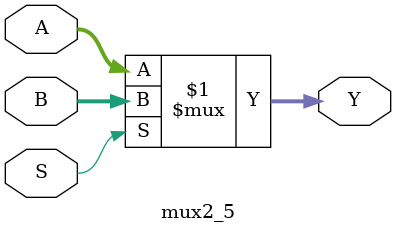
<source format=v>
module mux2_5(input  [4:0] A, B, 
              input        S, 
              output [4:0] Y);

  assign Y = S ? B : A; 
endmodule

</source>
